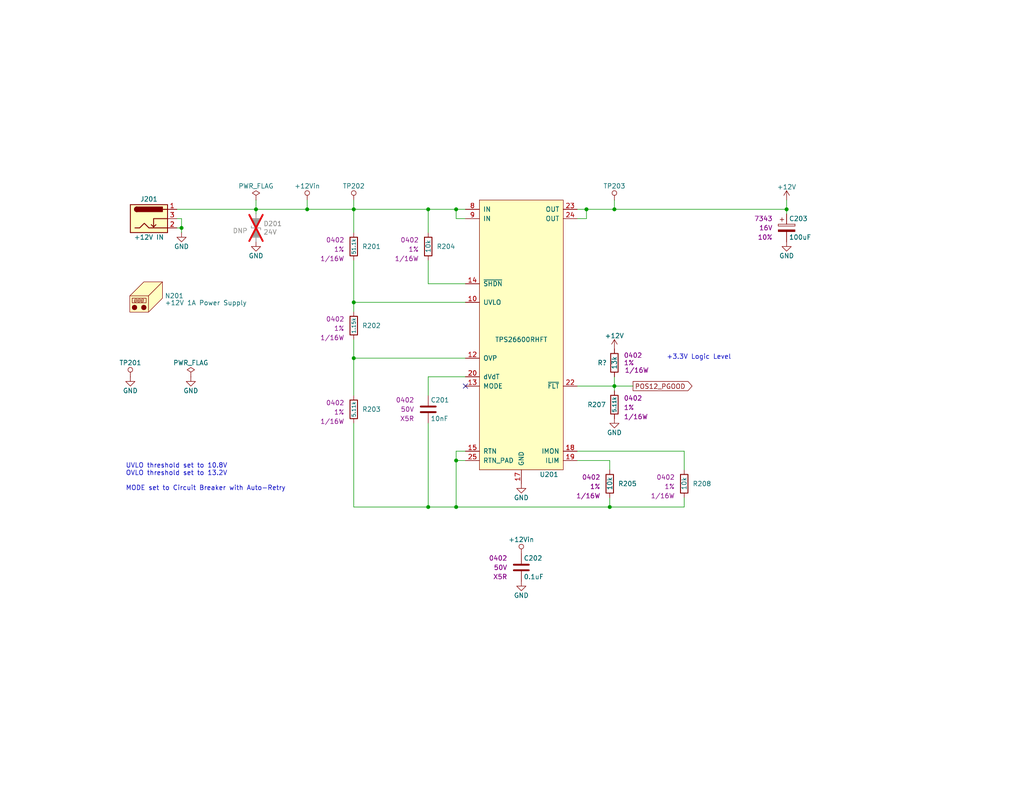
<source format=kicad_sch>
(kicad_sch (version 20231120) (generator "eeschema") (generator_version "8.0")
  (paper "A")
  (title_block (title "Stopwatch") (date "2024-01-11") (rev "A") (company "Drew Maatman"))
  (lib_symbols
    (symbol "Connector:Barrel_Jack_Switch" (pin_names hide)
      (property "Reference" "J" (at 0 5.334 0))
      (property "Value" "Barrel_Jack_Switch" (at 0 -5.08 0))
      (symbol "Barrel_Jack_Switch_0_1"
        (rectangle (start -5.08 3.81) (end 5.08 -3.81) (stroke (width 0.254)) (fill (type background)))
        (arc (start -3.302 3.175) (mid -3.9343 2.54) (end -3.302 1.905) (stroke (width 0.254)))
        (arc (start -3.302 3.175) (mid -3.9343 2.54) (end -3.302 1.905) (stroke (width 0.254)) (fill (type outline)))
        (polyline (pts (xy 1.27 -2.286) (xy 1.905 -1.651)) (stroke (width 0.254)))
        (polyline (pts (xy 5.08 2.54) (xy 3.81 2.54)) (stroke (width 0.254)))
        (polyline (pts (xy 5.08 0) (xy 1.27 0) (xy 1.27 -2.286) (xy 0.635 -1.651)) (stroke (width 0.254)))
        (polyline (pts (xy -3.81 -2.54) (xy -2.54 -2.54) (xy -1.27 -1.27) (xy 0 -2.54) (xy 2.54 -2.54) (xy 5.08 -2.54)) (stroke (width 0.254)))
        (rectangle (start 3.683 3.175) (end -3.302 1.905) (stroke (width 0.254)) (fill (type outline)))
      )
      (symbol "Barrel_Jack_Switch_1_1"
        (pin passive line (at 7.62 2.54 180) (length 2.54) (name "~") (number "1"))
        (pin passive line (at 7.62 -2.54 180) (length 2.54) (name "~") (number "2"))
        (pin passive line (at 7.62 0 180) (length 2.54) (name "~") (number "3"))
      )
    )
    (symbol "Custom_Library:+12Vin" (power) (pin_names (offset 0))
      (property "Value" "+12Vin" (at 0 3.81 0))
      (symbol "+12Vin_0_1"
        (polyline (pts (xy 0 0) (xy 0 1.27)))
        (circle (center 0 1.905) (radius 0.635))
      )
      (symbol "+12Vin_1_1"
        (pin power_in line (at 0 0 90) (length 0) hide (name "+12Vin") (number "1"))
      )
    )
    (symbol "Custom_Library:CP_Tant_Custom" (pin_numbers hide) (pin_names (offset 0.254))
      (property "Reference" "C" (at 0.635 2.54 0))
      (property "Value" "CP_Tant_Custom" (at 0.635 -2.54 0))
      (property "display_footprint" "Foot" (at -3.81 2.54 0))
      (property "Voltage" "V" (at -3.81 0 0))
      (property "Tolerance" "Tol" (at -3.81 -2.54 0))
      (symbol "CP_Tant_Custom_0_1"
        (rectangle (start -2.286 0.508) (end -2.286 1.016))
        (rectangle (start -2.286 0.508) (end 2.286 0.508))
        (polyline (pts (xy -1.778 2.286) (xy -0.762 2.286)))
        (polyline (pts (xy -1.27 2.794) (xy -1.27 1.778)))
        (rectangle (start 2.286 -0.508) (end -2.286 -1.016) (fill (type outline)))
        (rectangle (start 2.286 1.016) (end -2.286 1.016))
        (rectangle (start 2.286 1.016) (end 2.286 0.508))
      )
      (symbol "CP_Tant_Custom_1_1"
        (pin passive line (at 0 3.81 270) (length 2.794) (name "~") (number "1"))
        (pin passive line (at 0 -3.81 90) (length 2.794) (name "~") (number "2"))
      )
    )
    (symbol "Custom_Library:C_Custom" (pin_numbers hide) (pin_names (offset 0.254))
      (property "Reference" "C" (at 0.635 2.54 0))
      (property "Value" "C_Custom" (at 0.635 -2.54 0))
      (property "display_footprint" "Foot" (at -3.81 2.54 0))
      (property "Voltage" "V" (at -3.81 0 0))
      (property "Dielectric" "Er" (at -3.81 -2.54 0))
      (symbol "C_Custom_0_1"
        (polyline (pts (xy -2.032 -0.762) (xy 2.032 -0.762)) (stroke (width 0.508)))
        (polyline (pts (xy -2.032 0.762) (xy 2.032 0.762)) (stroke (width 0.508)))
      )
      (symbol "C_Custom_1_1"
        (pin passive line (at 0 3.81 270) (length 2.794) (name "~") (number "1"))
        (pin passive line (at 0 -3.81 90) (length 2.794) (name "~") (number "2"))
      )
    )
    (symbol "Custom_Library:R_Custom" (pin_numbers hide) (pin_names (offset 1.016) hide)
      (property "Reference" "R" (at -2.54 0 90))
      (property "Value" "R_Custom" (at 0 0 90))
      (property "display_footprint" "Foot" (at 2.54 0 90))
      (property "Tolerance" "Tol" (at 5.08 0 90))
      (property "Wattage" "W" (at 7.62 0 90))
      (symbol "R_Custom_0_1"
        (rectangle (start 1.016 2.54) (end -1.016 -2.54) (stroke (width 0.254)))
      )
      (symbol "R_Custom_1_1"
        (pin passive line (at 0 3.81 270) (length 1.27) (name "1") (number "1"))
        (pin passive line (at 0 -3.81 90) (length 1.27) (name "2") (number "2"))
      )
    )
    (symbol "Custom_Library:TP" (pin_numbers hide) (pin_names (offset 0) hide)
      (property "Reference" "TP" (at 0 3.81 0))
      (symbol "TP_0_1"
        (polyline (pts (xy 0 0) (xy 0 1.27)))
        (circle (center 0 1.905) (radius 0.635))
      )
      (symbol "TP_1_1"
        (pin passive line (at 0 0 90) (length 0) (name "TP") (number "1"))
      )
    )
    (symbol "Custom_Library:TP_Pad" (pin_numbers hide) (pin_names (offset 0) hide)
      (property "Reference" "TP" (at 0 3.81 0))
      (symbol "TP_Pad_0_1"
        (polyline (pts (xy 0 0) (xy 0 1.27)))
        (circle (center 0 1.905) (radius 0.635))
      )
      (symbol "TP_Pad_1_1"
        (pin passive line (at 0 0 90) (length 0) (name "TP") (number "1"))
      )
    )
    (symbol "Incrementor-rescue:D_TVS_ALT-Device" (pin_numbers hide) (pin_names (offset 1.016) hide)
      (property "Reference" "D" (at 0 2.54 0))
      (property "Value" "Device_D_TVS_ALT" (at 0 -2.54 0))
      (symbol "D_TVS_ALT-Device_0_1"
        (polyline (pts (xy 1.27 0) (xy -1.27 0)))
        (polyline (pts (xy -2.54 -1.27) (xy 0 0) (xy -2.54 1.27) (xy -2.54 -1.27)) (stroke (width 0.2032)) (fill (type outline)))
        (polyline (pts (xy 0.508 1.27) (xy 0 1.27) (xy 0 -1.27) (xy -0.508 -1.27)) (stroke (width 0.2032)))
        (polyline (pts (xy 2.54 1.27) (xy 2.54 -1.27) (xy 0 0) (xy 2.54 1.27)) (stroke (width 0.2032)) (fill (type outline)))
      )
      (symbol "D_TVS_ALT-Device_1_1"
        (pin passive line (at -3.81 0 0) (length 2.54) (name "A1") (number "1"))
        (pin passive line (at 3.81 0 180) (length 2.54) (name "A2") (number "2"))
      )
    )
    (symbol "Incrementor-rescue:TPS26600RHFT-Custom_Library" (pin_names (offset 1.016))
      (property "Reference" "U" (at 10.16 -36.83 0))
      (property "Value" "Custom_Library_TPS26600RHFT" (at 0 0 0))
      (symbol "TPS26600RHFT-Custom_Library_0_1"
        (rectangle (start -11.43 38.1) (end 11.43 -35.56) (fill (type background)))
      )
      (symbol "TPS26600RHFT-Custom_Library_1_1"
        (pin no_connect line (at 15.24 -16.51 180) (length 3.81) hide (name "NC") (number "1"))
        (pin passive line (at -15.24 10.16 0) (length 3.81) (name "UVLO") (number "10"))
        (pin no_connect line (at 15.24 -25.4 180) (length 3.81) hide (name "NC") (number "11"))
        (pin no_connect line (at 15.24 -27.94 180) (length 3.81) hide (name "NC") (number "12"))
        (pin passive line (at -15.24 -5.08 0) (length 3.81) (name "OVP") (number "12"))
        (pin passive line (at -15.24 -12.7 0) (length 3.81) (name "MODE") (number "13"))
        (pin input line (at -15.24 15.24 0) (length 3.81) (name "~{SHDN}") (number "14"))
        (pin passive line (at -15.24 -30.48 0) (length 3.81) (name "RTN") (number "15"))
        (pin no_connect line (at 15.24 -26.67 180) (length 3.81) hide (name "NC") (number "16"))
        (pin power_in line (at 0 -39.37 90) (length 3.81) (name "GND") (number "17"))
        (pin passive line (at 15.24 -30.48 180) (length 3.81) (name "IMON") (number "18"))
        (pin passive line (at 15.24 -33.02 180) (length 3.81) (name "ILIM") (number "19"))
        (pin no_connect line (at 15.24 -17.78 180) (length 3.81) hide (name "NC") (number "2"))
        (pin passive line (at -15.24 -10.16 0) (length 3.81) (name "dVdT") (number "20"))
        (pin open_collector line (at 15.24 -12.7 180) (length 3.81) (name "~{FLT}") (number "22"))
        (pin power_out line (at 15.24 35.56 180) (length 3.81) (name "OUT") (number "23"))
        (pin power_out line (at 15.24 33.02 180) (length 3.81) (name "OUT") (number "24"))
        (pin passive line (at -15.24 -33.02 0) (length 3.81) (name "RTN_PAD") (number "25"))
        (pin no_connect line (at 15.24 -19.05 180) (length 3.81) hide (name "NC") (number "3"))
        (pin no_connect line (at 15.24 -21.59 180) (length 3.81) hide (name "NC") (number "4"))
        (pin no_connect line (at 15.24 -20.32 180) (length 3.81) hide (name "NC") (number "5"))
        (pin no_connect line (at 15.24 -22.86 180) (length 3.81) hide (name "NC") (number "6"))
        (pin no_connect line (at 15.24 -24.13 180) (length 3.81) hide (name "NC") (number "7"))
        (pin power_in line (at -15.24 35.56 0) (length 3.81) (name "IN") (number "8"))
        (pin power_in line (at -15.24 33.02 0) (length 3.81) (name "IN") (number "9"))
      )
    )
    (symbol "Mechanical:Housing" (pin_names (offset 1.016))
      (property "Reference" "N" (at 3.81 0 0))
      (property "Value" "Housing" (at 3.81 -1.905 0))
      (symbol "Housing_0_1"
        (rectangle (start -5.08 -0.635) (end -1.27 -1.905))
        (circle (center -4.445 -3.175) (radius 0.635) (fill (type outline)))
        (circle (center -1.905 -3.175) (radius 0.635) (fill (type outline)))
        (polyline (pts (xy -4.5212 -1.5748) (xy -4.4704 -1.3716)))
        (polyline (pts (xy -4.4196 -1.6764) (xy -4.064 -1.6764)))
        (polyline (pts (xy -4.4196 -1.2192) (xy -4.3688 -0.9652)))
        (polyline (pts (xy -4.318 -1.3208) (xy -4.0132 -1.3208)))
        (polyline (pts (xy -4.2164 -0.9144) (xy -3.9116 -0.9144)))
        (polyline (pts (xy -3.9116 -1.6256) (xy -3.8608 -1.3716)))
        (polyline (pts (xy -3.81 -1.2192) (xy -3.7592 -0.9652)))
        (polyline (pts (xy -3.6068 -1.5748) (xy -3.556 -1.3716)))
        (polyline (pts (xy -3.5052 -1.6764) (xy -3.1496 -1.6764)))
        (polyline (pts (xy -3.5052 -1.2192) (xy -3.4544 -0.9652)))
        (polyline (pts (xy -3.4036 -1.3208) (xy -3.0988 -1.3208)))
        (polyline (pts (xy -3.302 -0.9144) (xy -2.9972 -0.9144)))
        (polyline (pts (xy -2.9972 -1.6256) (xy -2.9464 -1.3716)))
        (polyline (pts (xy -2.8956 -1.2192) (xy -2.8448 -0.9652)))
        (polyline (pts (xy -2.6924 -1.5748) (xy -2.6416 -1.3716)))
        (polyline (pts (xy -2.5908 -1.6764) (xy -2.2352 -1.6764)))
        (polyline (pts (xy -2.5908 -1.2192) (xy -2.54 -0.9652)))
        (polyline (pts (xy -2.4892 -1.3208) (xy -2.1844 -1.3208)))
        (polyline (pts (xy -2.3876 -0.9144) (xy -2.0828 -0.9144)))
        (polyline (pts (xy -2.0828 -1.6256) (xy -2.032 -1.3716)))
        (polyline (pts (xy -1.9812 -1.2192) (xy -1.9304 -0.9652)))
        (polyline (pts (xy -0.635 0) (xy -0.635 -4.445)))
        (polyline (pts (xy -5.715 0) (xy -0.635 0) (xy 3.175 3.81)))
        (polyline (pts (xy -5.715 0) (xy -5.715 -4.445) (xy -0.635 -4.445) (xy 3.175 -0.635) (xy 3.175 3.81) (xy -1.905 3.81) (xy -5.715 0)) (fill (type background)))
      )
    )
    (symbol "power:+12V" (power) (pin_names (offset 0))
      (property "Value" "+12V" (at 0 3.556 0))
      (symbol "+12V_0_1"
        (polyline (pts (xy -0.762 1.27) (xy 0 2.54)))
        (polyline (pts (xy 0 0) (xy 0 2.54)))
        (polyline (pts (xy 0 2.54) (xy 0.762 1.27)))
      )
      (symbol "+12V_1_1"
        (pin power_in line (at 0 0 90) (length 0) hide (name "+12V") (number "1"))
      )
    )
    (symbol "power:GND" (power) (pin_names (offset 0))
      (property "Value" "GND" (at 0 -3.81 0))
      (symbol "GND_0_1"
        (polyline (pts (xy 0 0) (xy 0 -1.27) (xy 1.27 -1.27) (xy 0 -2.54) (xy -1.27 -1.27) (xy 0 -1.27)))
      )
      (symbol "GND_1_1"
        (pin power_in line (at 0 0 270) (length 0) hide (name "GND") (number "1"))
      )
    )
    (symbol "power:PWR_FLAG" (power) (pin_numbers hide) (pin_names (offset 0) hide)
      (property "Value" "PWR_FLAG" (at 0 3.81 0))
      (symbol "PWR_FLAG_0_0"
        (pin power_out line (at 0 0 90) (length 0) (name "pwr") (number "1"))
      )
      (symbol "PWR_FLAG_0_1"
        (polyline (pts (xy 0 0) (xy 0 1.27) (xy -1.016 1.905) (xy 0 2.54) (xy 1.016 1.905) (xy 0 1.27)))
      )
    )
  )
  (junction (at 160.02 57.15))
  (junction (at 124.46 57.15))
  (junction (at 96.52 97.79))
  (junction (at 83.82 57.15))
  (junction (at 116.84 138.43))
  (junction (at 167.64 57.15))
  (junction (at 96.52 57.15))
  (junction (at 49.53 62.23))
  (junction (at 167.64 105.41))
  (junction (at 96.52 82.55))
  (junction (at 124.46 125.73))
  (junction (at 166.37 138.43))
  (junction (at 214.63 57.15))
  (junction (at 69.85 57.15))
  (junction (at 116.84 57.15))
  (junction (at 124.46 138.43))
  (no_connect (at 127 105.41))
  (wire (pts (xy 124.46 123.19) (xy 124.46 125.73)))
  (wire (pts (xy 127 82.55) (xy 96.52 82.55)))
  (wire (pts (xy 49.53 63.5) (xy 49.53 62.23)))
  (wire (pts (xy 124.46 125.73) (xy 127 125.73)))
  (wire (pts (xy 96.52 57.15) (xy 83.82 57.15)))
  (wire (pts (xy 96.52 71.12) (xy 96.52 82.55)))
  (wire (pts (xy 127 59.69) (xy 124.46 59.69)))
  (wire (pts (xy 186.69 135.89) (xy 186.69 138.43)))
  (wire (pts (xy 116.84 77.47) (xy 116.84 71.12)))
  (wire (pts (xy 127 123.19) (xy 124.46 123.19)))
  (wire (pts (xy 69.85 54.61) (xy 69.85 57.15)))
  (wire (pts (xy 124.46 57.15) (xy 116.84 57.15)))
  (wire (pts (xy 160.02 57.15) (xy 157.48 57.15)))
  (wire (pts (xy 186.69 128.27) (xy 186.69 123.19)))
  (wire (pts (xy 69.85 58.42) (xy 69.85 57.15)))
  (wire (pts (xy 167.64 106.68) (xy 167.64 105.41)))
  (wire (pts (xy 96.52 82.55) (xy 96.52 85.09)))
  (wire (pts (xy 49.53 62.23) (xy 48.26 62.23)))
  (wire (pts (xy 116.84 102.87) (xy 127 102.87)))
  (wire (pts (xy 49.53 62.23) (xy 49.53 59.69)))
  (wire (pts (xy 83.82 57.15) (xy 69.85 57.15)))
  (wire (pts (xy 96.52 63.5) (xy 96.52 57.15)))
  (wire (pts (xy 186.69 123.19) (xy 157.48 123.19)))
  (wire (pts (xy 166.37 138.43) (xy 124.46 138.43)))
  (wire (pts (xy 186.69 138.43) (xy 166.37 138.43)))
  (wire (pts (xy 127 97.79) (xy 96.52 97.79)))
  (wire (pts (xy 116.84 115.57) (xy 116.84 138.43)))
  (wire (pts (xy 116.84 63.5) (xy 116.84 57.15)))
  (wire (pts (xy 96.52 115.57) (xy 96.52 138.43)))
  (wire (pts (xy 127 77.47) (xy 116.84 77.47)))
  (wire (pts (xy 83.82 54.61) (xy 83.82 57.15)))
  (wire (pts (xy 96.52 138.43) (xy 116.84 138.43)))
  (wire (pts (xy 167.64 54.61) (xy 167.64 57.15)))
  (wire (pts (xy 167.64 57.15) (xy 214.63 57.15)))
  (wire (pts (xy 214.63 54.61) (xy 214.63 57.15)))
  (wire (pts (xy 157.48 59.69) (xy 160.02 59.69)))
  (wire (pts (xy 166.37 135.89) (xy 166.37 138.43)))
  (wire (pts (xy 49.53 59.69) (xy 48.26 59.69)))
  (wire (pts (xy 124.46 138.43) (xy 124.46 125.73)))
  (wire (pts (xy 167.64 105.41) (xy 167.64 102.87)))
  (wire (pts (xy 214.63 58.42) (xy 214.63 57.15)))
  (wire (pts (xy 166.37 125.73) (xy 157.48 125.73)))
  (wire (pts (xy 96.52 97.79) (xy 96.52 92.71)))
  (wire (pts (xy 116.84 138.43) (xy 124.46 138.43)))
  (wire (pts (xy 116.84 57.15) (xy 96.52 57.15)))
  (wire (pts (xy 172.72 105.41) (xy 167.64 105.41)))
  (wire (pts (xy 166.37 128.27) (xy 166.37 125.73)))
  (wire (pts (xy 96.52 54.61) (xy 96.52 57.15)))
  (wire (pts (xy 127 57.15) (xy 124.46 57.15)))
  (wire (pts (xy 157.48 105.41) (xy 167.64 105.41)))
  (wire (pts (xy 116.84 107.95) (xy 116.84 102.87)))
  (wire (pts (xy 124.46 59.69) (xy 124.46 57.15)))
  (wire (pts (xy 48.26 57.15) (xy 69.85 57.15)))
  (wire (pts (xy 96.52 107.95) (xy 96.52 97.79)))
  (wire (pts (xy 160.02 59.69) (xy 160.02 57.15)))
  (wire (pts (xy 167.64 57.15) (xy 160.02 57.15)))
  (text "+3.3V Logic Level" (at 181.864 98.298 0) (effects (font (size 1.27 1.27)) (justify left bottom)))
  (text "UVLO threshold set to 10.8V\nOVLO threshold set to 13.2V\n\nMODE set to Circuit Breaker with Auto-Retry" (at 34.29 134.112 0) (effects (font (size 1.27 1.27)) (justify left bottom)))
  (global_label "POS12_PGOOD" (shape output) (at 172.72 105.41 0) (property "Intersheetrefs" "${INTERSHEET_REFS}" (effects (hide yes))))
  (symbol (lib_id "Custom_Library:C_Custom") (at 142.24 154.94 0) (unit 1)
    (property "Reference" "C202" (at 142.875 152.4 0) (effects (justify left)))
    (property "Value" "0.1uF" (at 142.875 157.48 0) (effects (justify left)))
    (property "Footprint" "Capacitors_SMD:C_0402" (effects (hide yes)))
    (property "display_footprint" "0402" (at 138.43 152.4 0) (effects (justify right)))
    (property "Voltage" "50V" (at 138.43 154.94 0) (effects (justify right)))
    (property "Dielectric" "X5R" (at 138.43 157.48 0) (effects (justify right)))
    (property "Digi-Key PN" "490-10697-1-ND" (effects (hide yes)))
  )
  (symbol (lib_id "power:GND") (at 142.24 158.75 0) (unit 1)
    (property "Reference" "#PWR0208" (effects (hide yes)))
    (property "Value" "GND" (at 142.24 162.56 0))
  )
  (symbol (lib_id "Custom_Library:+12Vin") (at 83.82 54.61 0) (unit 1)
    (property "Reference" "#PWR0205" (effects (hide yes)))
    (property "Value" "+12Vin" (at 83.82 50.8 0))
  )
  (symbol (lib_id "Custom_Library:+12Vin") (at 142.24 151.13 0) (unit 1)
    (property "Reference" "#PWR0207" (effects (hide yes)))
    (property "Value" "+12Vin" (at 142.24 147.32 0))
  )
  (symbol (lib_id "Custom_Library:CP_Tant_Custom") (at 214.63 62.23 0) (unit 1)
    (property "Reference" "C203" (at 215.265 59.69 0) (effects (justify left)))
    (property "Value" "100uF" (at 215.265 64.77 0) (effects (justify left)))
    (property "Footprint" "Capacitor_Tantalum_SMD:CP_EIA-7343-43_Kemet-X" (effects (hide yes)))
    (property "Digi-Key PN" "718-1102-1-ND" (effects (hide yes)))
    (property "display_footprint" "7343" (at 210.82 59.69 0) (effects (justify right)))
    (property "Voltage" "16V" (at 210.82 62.23 0) (effects (justify right)))
    (property "Tolerance" "10%" (at 210.82 64.77 0) (effects (justify right)))
  )
  (symbol (lib_id "power:GND") (at 214.63 66.04 0) (unit 1)
    (property "Reference" "#PWR0212" (effects (hide yes)))
    (property "Value" "GND" (at 214.63 69.85 0))
  )
  (symbol (lib_id "power:+12V") (at 214.63 54.61 0) (unit 1)
    (property "Reference" "#PWR0211" (effects (hide yes)))
    (property "Value" "+12V" (at 214.63 51.054 0))
  )
  (symbol (lib_id "power:GND") (at 52.07 102.87 0) (unit 1)
    (property "Reference" "#PWR0203" (effects (hide yes)))
    (property "Value" "GND" (at 52.07 106.68 0))
  )
  (symbol (lib_id "power:PWR_FLAG") (at 52.07 102.87 0) (unit 1)
    (property "Reference" "#FLG0201" (effects (hide yes)))
    (property "Value" "PWR_FLAG" (at 52.07 99.06 0))
  )
  (symbol (lib_id "power:PWR_FLAG") (at 69.85 54.61 0) (unit 1)
    (property "Reference" "#FLG0202" (effects (hide yes)))
    (property "Value" "PWR_FLAG" (at 69.85 50.8 0))
  )
  (symbol (lib_id "Incrementor-rescue:D_TVS_ALT-Device") (at 69.85 62.23 270) (unit 1) (dnp yes)
    (property "Reference" "D201" (at 71.8566 61.0616 90) (effects (justify left)))
    (property "Value" "24V" (at 71.8566 63.373 90) (effects (justify left)))
    (property "Footprint" "Diodes_SMD:D_SMA" (effects (hide yes)))
    (property "Digi-Key PN" "SMAJ24CALFCT-ND" (effects (hide yes)))
    (property "Config" "DNP" (at 65.532 62.992 90))
  )
  (symbol (lib_id "power:GND") (at 69.85 66.04 0) (unit 1)
    (property "Reference" "#PWR0204" (effects (hide yes)))
    (property "Value" "GND" (at 69.85 69.85 0))
  )
  (symbol (lib_id "Connector:Barrel_Jack_Switch") (at 40.64 59.69 0) (unit 1)
    (property "Reference" "J201" (at 40.64 54.356 0))
    (property "Value" "+12V IN" (at 40.64 64.77 0))
    (property "Footprint" "Connectors:BARREL_JACK" (effects (hide yes)))
    (property "Digi-Key PN" "CP-202BH-ND" (effects (hide yes)))
  )
  (symbol (lib_id "power:GND") (at 49.53 63.5 0) (unit 1)
    (property "Reference" "#PWR0202" (effects (hide yes)))
    (property "Value" "GND" (at 49.53 67.31 0))
  )
  (symbol (lib_id "Incrementor-rescue:TPS26600RHFT-Custom_Library") (at 142.24 92.71 0) (unit 1)
    (property "Reference" "U201" (at 152.4 129.54 0) (effects (justify right)))
    (property "Value" "TPS26600RHFT" (at 142.24 92.71 0))
    (property "Footprint" "Housings_DFN_QFN:QFN-24-1EP_4x5mm_Pitch0.5mm" (effects (hide yes)))
    (property "Datasheet" "http://www.ti.com/lit/ds/symlink/tps2660.pdf" (effects (hide yes)))
    (property "Digi-Key PN" "296-45478-1-ND" (effects (hide yes)))
  )
  (symbol (lib_id "power:GND") (at 142.24 132.08 0) (unit 1)
    (property "Reference" "#PWR0206" (effects (hide yes)))
    (property "Value" "GND" (at 142.24 135.89 0))
  )
  (symbol (lib_id "Custom_Library:R_Custom") (at 96.52 88.9 0) (mirror y) (unit 1)
    (property "Reference" "R202" (at 98.806 88.9 0) (effects (justify right)))
    (property "Value" "1.15k" (at 96.52 88.9 90) (effects (font (size 1.016 1.016))))
    (property "Footprint" "Resistors_SMD:R_0402" (effects (hide yes)))
    (property "display_footprint" "0402" (at 93.98 87.122 0) (effects (justify left)))
    (property "Tolerance" "1%" (at 93.98 89.662 0) (effects (justify left)))
    (property "Wattage" "1/16W" (at 93.98 92.202 0) (effects (justify left)))
    (property "Digi-Key PN" "RMCF0402FT1K15CT-ND" (effects (hide yes)))
  )
  (symbol (lib_id "Custom_Library:R_Custom") (at 96.52 67.31 0) (mirror y) (unit 1)
    (property "Reference" "R201" (at 98.806 67.31 0) (effects (justify right)))
    (property "Value" "51.1k" (at 96.52 67.31 90) (effects (font (size 1.016 1.016))))
    (property "Footprint" "Resistors_SMD:R_0402" (effects (hide yes)))
    (property "display_footprint" "0402" (at 93.98 65.532 0) (effects (justify left)))
    (property "Tolerance" "1%" (at 93.98 68.072 0) (effects (justify left)))
    (property "Wattage" "1/16W" (at 93.98 70.612 0) (effects (justify left)))
    (property "Digi-Key PN" "RMCF0402FT51K1CT-ND" (effects (hide yes)))
  )
  (symbol (lib_id "Custom_Library:R_Custom") (at 96.52 111.76 0) (mirror y) (unit 1)
    (property "Reference" "R203" (at 98.806 111.76 0) (effects (justify right)))
    (property "Value" "5.11k" (at 96.52 111.76 90) (effects (font (size 1.016 1.016))))
    (property "Footprint" "Resistors_SMD:R_0402" (effects (hide yes)))
    (property "display_footprint" "0402" (at 93.98 109.982 0) (effects (justify left)))
    (property "Tolerance" "1%" (at 93.98 112.522 0) (effects (justify left)))
    (property "Wattage" "1/16W" (at 93.98 115.062 0) (effects (justify left)))
    (property "Digi-Key PN" "RMCF0402FT5K11CT-ND" (effects (hide yes)))
  )
  (symbol (lib_id "Custom_Library:R_Custom") (at 116.84 67.31 0) (mirror y) (unit 1)
    (property "Reference" "R204" (at 119.126 67.31 0) (effects (justify right)))
    (property "Value" "10k" (at 116.84 69.088 90) (effects (justify left)))
    (property "Footprint" "Resistors_SMD:R_0402" (effects (hide yes)))
    (property "display_footprint" "0402" (at 114.3 65.532 0) (effects (justify left)))
    (property "Tolerance" "1%" (at 114.3 68.072 0) (effects (justify left)))
    (property "Wattage" "1/16W" (at 114.3 70.612 0) (effects (justify left)))
    (property "Digi-Key PN" "RMCF0402FT10K0CT-ND" (effects (hide yes)))
  )
  (symbol (lib_id "Custom_Library:TP_Pad") (at 167.64 54.61 0) (unit 1)
    (property "Reference" "TP203" (at 167.64 50.8 0))
    (property "Value" "TP_Pad" (effects (hide yes)))
    (property "Footprint" "Custom Footprints Library:Test_Point" (effects (hide yes)))
  )
  (symbol (lib_id "Custom_Library:TP_Pad") (at 96.52 54.61 0) (unit 1)
    (property "Reference" "TP202" (at 96.52 50.8 0))
    (property "Value" "TP_Pad" (effects (hide yes)))
    (property "Footprint" "Custom Footprints Library:Test_Point" (effects (hide yes)))
  )
  (symbol (lib_id "Custom_Library:TP") (at 35.56 102.87 0) (unit 1)
    (property "Reference" "TP201" (at 35.56 99.06 0))
    (property "Value" "TP" (effects (hide yes)))
    (property "Footprint" "Connector_PinHeader_2.54mm:PinHeader_1x01_P2.54mm_Horizontal" (effects (hide yes)))
  )
  (symbol (lib_id "power:GND") (at 35.56 102.87 0) (unit 1)
    (property "Reference" "#PWR0201" (effects (hide yes)))
    (property "Value" "GND" (at 35.56 106.68 0))
  )
  (symbol (lib_id "Custom_Library:C_Custom") (at 116.84 111.76 0) (unit 1)
    (property "Reference" "C201" (at 117.475 109.22 0) (effects (justify left)))
    (property "Value" "10nF" (at 117.475 114.3 0) (effects (justify left)))
    (property "Footprint" "Capacitors_SMD:C_0402" (effects (hide yes)))
    (property "display_footprint" "0402" (at 113.03 109.22 0) (effects (justify right)))
    (property "Voltage" "50V" (at 113.03 111.76 0) (effects (justify right)))
    (property "Dielectric" "X5R" (at 113.03 114.3 0) (effects (justify right)))
    (property "Digi-Key PN" "445-12201-1-ND" (effects (hide yes)))
  )
  (symbol (lib_id "Mechanical:Housing") (at 41.148 80.772 0) (unit 1)
    (property "Reference" "N201" (at 44.958 80.772 0) (effects (justify left)))
    (property "Value" "+12V 1A Power Supply" (at 44.958 82.677 0) (effects (justify left)))
    (property "Digi-Key PN" "993-1335-ND" (effects (hide yes)))
  )
  (symbol (lib_id "Custom_Library:R_Custom") (at 167.64 99.06 0) (unit 1)
    (property "Reference" "R?" (at 165.608 99.06 0) (effects (justify right)))
    (property "Value" "13k" (at 167.64 99.06 90))
    (property "Footprint" "Resistors_SMD:R_0402" (effects (hide yes)))
    (property "display_footprint" "0402" (at 170.18 97.028 0) (effects (justify left)))
    (property "Tolerance" "1%" (at 170.18 99.06 0) (effects (justify left)))
    (property "Wattage" "1/16W" (at 170.434 101.092 0) (effects (justify left)))
    (property "Digi-Key PN" "RMCF0402FT13K0CT-ND" (effects (hide yes)))
    (instances (project "Thermal_Camera" (path "" (reference "R?") (unit 1))) (project "Analog_Clock" (path "" (reference "R?") (unit 1)) (path "" (reference "R?") (unit 1)) (path "" (reference "R?") (unit 1)) (path "" (reference "R?") (unit 1)) (path "" (reference "R?") (unit 1)) (path "" (reference "R?") (unit 1)) (path "" (reference "R?") (unit 1)) (path "" (reference "R?") (unit 1)) (path "" (reference "R?") (unit 1)) (path "" (reference "R?") (unit 1)) (path "" (reference "R?") (unit 1)) (path "" (reference "R?") (unit 1))) (project "Stopwatch" (path "" (reference "R206") (unit 1))) (project "USB_Hub" (path "" (reference "R?") (unit 1))))
  )
  (symbol (lib_id "Custom_Library:R_Custom") (at 167.64 110.49 0) (unit 1)
    (property "Reference" "R207" (at 165.354 110.49 0) (effects (justify right)))
    (property "Value" "5.11k" (at 167.64 110.49 90) (effects (font (size 1.016 1.016))))
    (property "Footprint" "Resistors_SMD:R_0402" (effects (hide yes)))
    (property "display_footprint" "0402" (at 170.18 108.712 0) (effects (justify left)))
    (property "Tolerance" "1%" (at 170.18 111.252 0) (effects (justify left)))
    (property "Wattage" "1/16W" (at 170.18 113.792 0) (effects (justify left)))
    (property "Digi-Key PN" "RMCF0402FT5K11CT-ND" (effects (hide yes)))
  )
  (symbol (lib_id "Custom_Library:R_Custom") (at 186.69 132.08 0) (mirror y) (unit 1)
    (property "Reference" "R208" (at 188.976 132.08 0) (effects (justify right)))
    (property "Value" "10k" (at 186.69 133.858 90) (effects (justify left)))
    (property "Footprint" "Resistors_SMD:R_0402" (effects (hide yes)))
    (property "display_footprint" "0402" (at 184.15 130.302 0) (effects (justify left)))
    (property "Tolerance" "1%" (at 184.15 132.842 0) (effects (justify left)))
    (property "Wattage" "1/16W" (at 184.15 135.382 0) (effects (justify left)))
    (property "Digi-Key PN" "RMCF0402FT10K0CT-ND" (effects (hide yes)))
  )
  (symbol (lib_id "Custom_Library:R_Custom") (at 166.37 132.08 0) (mirror y) (unit 1)
    (property "Reference" "R205" (at 168.656 132.08 0) (effects (justify right)))
    (property "Value" "10k" (at 166.37 133.858 90) (effects (justify left)))
    (property "Footprint" "Resistors_SMD:R_0402" (effects (hide yes)))
    (property "display_footprint" "0402" (at 163.83 130.302 0) (effects (justify left)))
    (property "Tolerance" "1%" (at 163.83 132.842 0) (effects (justify left)))
    (property "Wattage" "1/16W" (at 163.83 135.382 0) (effects (justify left)))
    (property "Digi-Key PN" "RMCF0402FT10K0CT-ND" (effects (hide yes)))
  )
  (symbol (lib_id "power:+12V") (at 167.64 95.25 0) (unit 1)
    (property "Reference" "#PWR?" (effects (hide yes)))
    (property "Value" "+12V" (at 167.64 91.694 0))
    (instances (project "Thermal_Camera" (path "" (reference "#PWR?") (unit 1))) (project "Analog_Clock" (path "" (reference "#PWR?") (unit 1))) (project "Stopwatch" (path "" (reference "#PWR0209") (unit 1))) (project "USB_Hub" (path "" (reference "#PWR?") (unit 1))))
  )
  (symbol (lib_id "power:GND") (at 167.64 114.3 0) (unit 1)
    (property "Reference" "#PWR?" (effects (hide yes)))
    (property "Value" "GND" (at 167.64 118.11 0))
    (instances (project "Thermal_Camera" (path "" (reference "#PWR?") (unit 1))) (project "Analog_Clock" (path "" (reference "#PWR?") (unit 1))) (project "Stopwatch" (path "" (reference "#PWR0210") (unit 1))) (project "USB_Hub" (path "" (reference "#PWR?") (unit 1))))
  )
)
</source>
